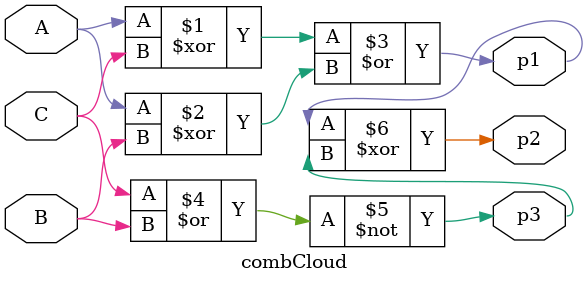
<source format=v>
`timescale 1ns / 1ps

module combCloud(

input A,
input B,
input C,
output p1,
output p2,
output p3

    );
    
 
assign p1= (A^C) | (A^B);
assign p3= ~(C|B);
assign p2= p1^p3;    
    

    
endmodule

</source>
